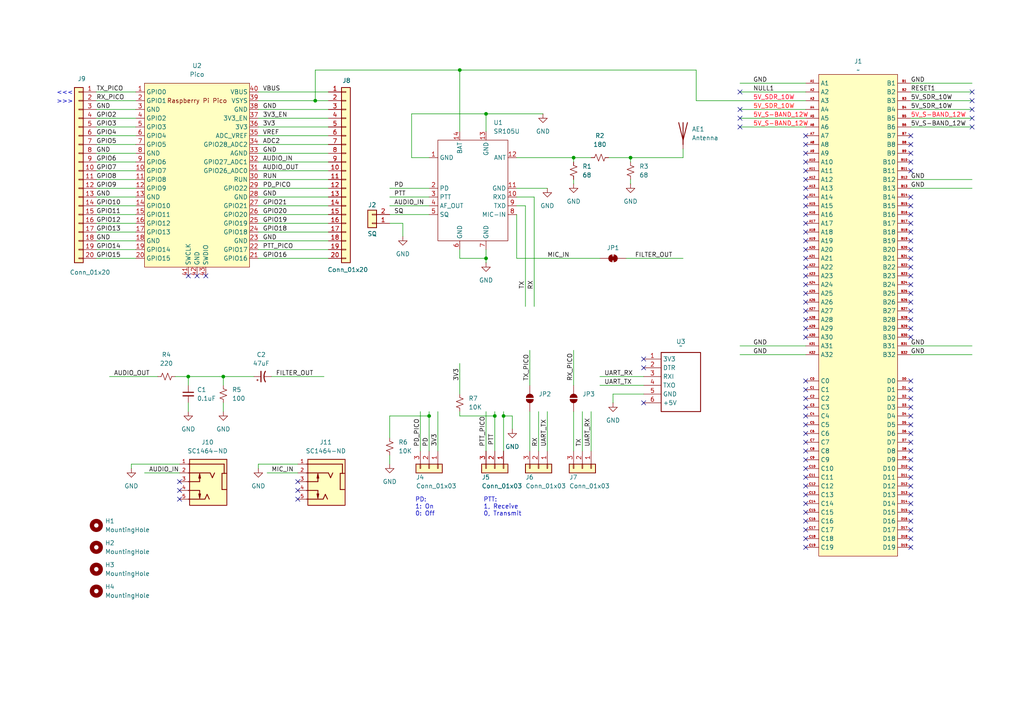
<source format=kicad_sch>
(kicad_sch (version 20250114) (generator "eeschema") (generator_version "9.0")
  (paper "A4")
  (lib_symbols
    (symbol "AMSAT:Pico"
      (property "Reference" "U" (at -13.97 27.94 0))
      (property "Value" "Pico" (at 0 19.05 0))
      (symbol "Pico_0_0"
        (text "Raspberry Pi Pico" (at 0 21.59 0) (effects (font (size 1.27 1.27))))
      )
      (symbol "Pico_0_1"
        (rectangle (start -15.24 26.67) (end 15.24 -26.67) (fill (type background)))
      )
      (symbol "Pico_1_1"
        (pin bidirectional line (at -17.78 24.13 0) (length 2.54) (name "GPIO0") (number "1"))
        (pin bidirectional line (at -17.78 21.59 0) (length 2.54) (name "GPIO1") (number "2"))
        (pin power_in line (at -17.78 19.05 0) (length 2.54) (name "GND") (number "3"))
        (pin bidirectional line (at -17.78 16.51 0) (length 2.54) (name "GPIO2") (number "4"))
        (pin bidirectional line (at -17.78 13.97 0) (length 2.54) (name "GPIO3") (number "5"))
        (pin bidirectional line (at -17.78 11.43 0) (length 2.54) (name "GPIO4") (number "6"))
        (pin bidirectional line (at -17.78 8.89 0) (length 2.54) (name "GPIO5") (number "7"))
        (pin power_in line (at -17.78 6.35 0) (length 2.54) (name "GND") (number "8"))
        (pin bidirectional line (at -17.78 3.81 0) (length 2.54) (name "GPIO6") (number "9"))
        (pin bidirectional line (at -17.78 1.27 0) (length 2.54) (name "GPIO7") (number "10"))
        (pin bidirectional line (at -17.78 -1.27 0) (length 2.54) (name "GPIO8") (number "11"))
        (pin bidirectional line (at -17.78 -3.81 0) (length 2.54) (name "GPIO9") (number "12"))
        (pin power_in line (at -17.78 -6.35 0) (length 2.54) (name "GND") (number "13"))
        (pin bidirectional line (at -17.78 -8.89 0) (length 2.54) (name "GPIO10") (number "14"))
        (pin bidirectional line (at -17.78 -11.43 0) (length 2.54) (name "GPIO11") (number "15"))
        (pin bidirectional line (at -17.78 -13.97 0) (length 2.54) (name "GPIO12") (number "16"))
        (pin bidirectional line (at -17.78 -16.51 0) (length 2.54) (name "GPIO13") (number "17"))
        (pin power_in line (at -17.78 -19.05 0) (length 2.54) (name "GND") (number "18"))
        (pin bidirectional line (at -17.78 -21.59 0) (length 2.54) (name "GPIO14") (number "19"))
        (pin bidirectional line (at -17.78 -24.13 0) (length 2.54) (name "GPIO15") (number "20"))
        (pin input line (at -2.54 -29.21 90) (length 2.54) (name "SWCLK") (number "41"))
        (pin power_in line (at 0 -29.21 90) (length 2.54) (name "GND") (number "42"))
        (pin bidirectional line (at 2.54 -29.21 90) (length 2.54) (name "SWDIO") (number "43"))
        (pin power_in line (at 17.78 24.13 180) (length 2.54) (name "VBUS") (number "40"))
        (pin power_in line (at 17.78 21.59 180) (length 2.54) (name "VSYS") (number "39"))
        (pin bidirectional line (at 17.78 19.05 180) (length 2.54) (name "GND") (number "38"))
        (pin input line (at 17.78 16.51 180) (length 2.54) (name "3V3_EN") (number "37"))
        (pin power_in line (at 17.78 13.97 180) (length 2.54) (name "3V3") (number "36"))
        (pin power_in line (at 17.78 11.43 180) (length 2.54) (name "ADC_VREF") (number "35"))
        (pin bidirectional line (at 17.78 8.89 180) (length 2.54) (name "GPIO28_ADC2") (number "34"))
        (pin power_in line (at 17.78 6.35 180) (length 2.54) (name "AGND") (number "33"))
        (pin bidirectional line (at 17.78 3.81 180) (length 2.54) (name "GPIO27_ADC1") (number "32"))
        (pin bidirectional line (at 17.78 1.27 180) (length 2.54) (name "GPIO26_ADC0") (number "31"))
        (pin input line (at 17.78 -1.27 180) (length 2.54) (name "RUN") (number "30"))
        (pin bidirectional line (at 17.78 -3.81 180) (length 2.54) (name "GPIO22") (number "29"))
        (pin power_in line (at 17.78 -6.35 180) (length 2.54) (name "GND") (number "28"))
        (pin bidirectional line (at 17.78 -8.89 180) (length 2.54) (name "GPIO21") (number "27"))
        (pin bidirectional line (at 17.78 -11.43 180) (length 2.54) (name "GPIO20") (number "26"))
        (pin bidirectional line (at 17.78 -13.97 180) (length 2.54) (name "GPIO19") (number "25"))
        (pin bidirectional line (at 17.78 -16.51 180) (length 2.54) (name "GPIO18") (number "24"))
        (pin power_in line (at 17.78 -19.05 180) (length 2.54) (name "GND") (number "23"))
        (pin bidirectional line (at 17.78 -21.59 180) (length 2.54) (name "GPIO17") (number "22"))
        (pin bidirectional line (at 17.78 -24.13 180) (length 2.54) (name "GPIO16") (number "21"))
      )
    )
    (symbol "AMSAT:SC1464-ND" (pin_names (offset 1.016))
      (property "Reference" "J" (at -5.08 7.62 0))
      (property "Value" "SC1464-ND" (at -5.08 -9.906 0))
      (symbol "SC1464-ND_0_0"
        (rectangle (start -6.1079 6.4717) (end 4.6871 -6.8579) (stroke (width 0.254)) (fill (type background)))
        (polyline (pts (xy -5.969 2.413) (xy -5.334 2.413)) (stroke (width 0.254)))
        (polyline (pts (xy -5.334 5.08) (xy -5.334 2.413)) (stroke (width 0.254)))
        (polyline (pts (xy -5.334 2.413) (xy -4.699 2.413)) (stroke (width 0.254)))
        (polyline (pts (xy -4.699 2.413) (xy -4.699 -2.286)) (stroke (width 0.254)))
        (polyline (pts (xy -4.699 -2.286) (xy -5.969 -2.286)) (stroke (width 0.254)))
        (polyline (pts (xy -1.905 1.143) (xy -2.54 2.54)) (stroke (width 0.254)))
        (polyline (pts (xy -1.27 2.54) (xy -1.905 1.143)) (stroke (width 0.254)))
        (polyline (pts (xy -0.381 -3.683) (xy -1.016 -5.08)) (stroke (width 0.254)))
        (polyline (pts (xy 0.254 -5.08) (xy -0.381 -3.683)) (stroke (width 0.254)))
        (polyline (pts (xy 1.778 2.286) (xy 1.524 1.016) (xy 2.032 1.016) (xy 1.778 2.286)) (stroke (width 0.254)) (fill (type outline)))
        (polyline (pts (xy 1.778 0) (xy 1.778 1.778)) (stroke (width 0.254)))
        (polyline (pts (xy 1.778 0) (xy 5.08 0)) (stroke (width 0.254)))
        (polyline (pts (xy 1.778 -2.54) (xy 1.778 -4.318)) (stroke (width 0.254)))
        (polyline (pts (xy 1.778 -2.54) (xy 5.08 -2.54)) (stroke (width 0.254)))
        (polyline (pts (xy 1.778 -4.826) (xy 1.524 -3.556) (xy 2.032 -3.556) (xy 1.778 -4.826)) (stroke (width 0.254)) (fill (type outline)))
        (polyline (pts (xy 5.08 5.08) (xy -5.334 5.08)) (stroke (width 0.254)))
        (polyline (pts (xy 5.08 2.54) (xy -1.27 2.54)) (stroke (width 0.254)))
        (polyline (pts (xy 5.08 -5.08) (xy 0.254 -5.08)) (stroke (width 0.254)))
        (pin passive line (at 7.62 5.08 180) (length 2.54) (name "~") (number "1"))
        (pin passive line (at 7.62 2.54 180) (length 2.54) (name "~") (number "2"))
        (pin passive line (at 7.62 0 180) (length 2.54) (name "~") (number "3"))
        (pin passive line (at 7.62 -2.54 180) (length 2.54) (name "~") (number "4"))
        (pin passive line (at 7.62 -5.08 180) (length 2.54) (name "~") (number "5"))
      )
    )
    (symbol "AMSAT:SR105U"
      (property "Reference" "U" (at -5.08 6.858 0))
      (property "Value" "SR105U" (at 5.08 -4.318 0))
      (symbol "SR105U_0_1"
        (rectangle (start -5.08 5.08) (end 15.24 -24.13))
      )
      (symbol "SR105U_1_1"
        (pin power_in line (at -7.62 0 0) (length 2.54) (name "GND") (number "1"))
        (pin input line (at -7.62 -8.89 0) (length 2.54) (name "PD") (number "2"))
        (pin input line (at -7.62 -11.43 0) (length 2.54) (name "PTT") (number "3"))
        (pin input line (at -7.62 -13.97 0) (length 2.54) (name "AF_OUT") (number "4"))
        (pin input line (at -7.62 -16.51 0) (length 2.54) (name "SQ") (number "5"))
        (pin power_in line (at 1.27 7.62 270) (length 2.54) (name "BAT") (number "14"))
        (pin power_in line (at 1.27 -26.67 90) (length 2.54) (name "GND") (number "6"))
        (pin power_in line (at 8.89 7.62 270) (length 2.54) (name "GND") (number "13"))
        (pin power_in line (at 8.89 -26.67 90) (length 2.54) (name "GND") (number "7"))
        (pin bidirectional line (at 17.78 0 180) (length 2.54) (name "ANT") (number "12"))
        (pin power_in line (at 17.78 -8.89 180) (length 2.54) (name "GND") (number "11"))
        (pin input line (at 17.78 -11.43 180) (length 2.54) (name "RXD") (number "10"))
        (pin output line (at 17.78 -13.97 180) (length 2.54) (name "TXD") (number "9"))
        (pin input line (at 17.78 -16.51 180) (length 2.54) (name "MIC-IN") (number "8"))
      )
    )
    (symbol "Basic:USB_UART_Module"
      (property "Reference" "U" (at 1.27 8.89 0))
      (symbol "USB_UART_Module_1_0"
        (rectangle (start 0 6.985) (end 11.43 -10.16) (stroke (width 0.254)))
        (pin passive line (at 16.51 5.08 180) (length 5.08) (name "3V3") (number "1"))
        (pin passive line (at 16.51 2.54 180) (length 5.08) (name "DTR") (number "2"))
        (pin passive line (at 16.51 0 180) (length 5.08) (name "RXI") (number "3"))
        (pin passive line (at 16.51 -2.54 180) (length 5.08) (name "TXO") (number "4"))
        (pin passive line (at 16.51 -5.08 180) (length 5.08) (name "GND") (number "5"))
        (pin passive line (at 16.51 -7.62 180) (length 5.08) (name "+5V") (number "6"))
      )
    )
    (symbol "Connector_Generic:Conn_01x02" (pin_names (offset 1.016) (hide yes))
      (property "Reference" "J" (at 0 2.54 0))
      (property "Value" "Conn_01x02" (at 0 -5.08 0))
      (symbol "Conn_01x02_1_1"
        (rectangle (start -1.27 1.27) (end 1.27 -3.81) (stroke (width 0.254)) (fill (type background)))
        (rectangle (start -1.27 0.127) (end 0 -0.127) (stroke (width 0.1524)))
        (rectangle (start -1.27 -2.413) (end 0 -2.667) (stroke (width 0.1524)))
        (pin passive line (at -5.08 0 0) (length 3.81) (name "Pin_1") (number "1"))
        (pin passive line (at -5.08 -2.54 0) (length 3.81) (name "Pin_2") (number "2"))
      )
    )
    (symbol "Connector_Generic:Conn_01x03" (pin_names (offset 1.016) (hide yes))
      (property "Reference" "J" (at 0 5.08 0))
      (property "Value" "Conn_01x03" (at 0 -5.08 0))
      (symbol "Conn_01x03_1_1"
        (rectangle (start -1.27 3.81) (end 1.27 -3.81) (stroke (width 0.254)) (fill (type background)))
        (rectangle (start -1.27 2.667) (end 0 2.413) (stroke (width 0.1524)))
        (rectangle (start -1.27 0.127) (end 0 -0.127) (stroke (width 0.1524)))
        (rectangle (start -1.27 -2.413) (end 0 -2.667) (stroke (width 0.1524)))
        (pin passive line (at -5.08 2.54 0) (length 3.81) (name "Pin_1") (number "1"))
        (pin passive line (at -5.08 0 0) (length 3.81) (name "Pin_2") (number "2"))
        (pin passive line (at -5.08 -2.54 0) (length 3.81) (name "Pin_3") (number "3"))
      )
    )
    (symbol "Connector_Generic:Conn_01x20" (pin_names (offset 1.016) (hide yes))
      (property "Reference" "J" (at 0 25.4 0))
      (property "Value" "Conn_01x20" (at 0 -27.94 0))
      (symbol "Conn_01x20_1_1"
        (rectangle (start -1.27 24.13) (end 1.27 -26.67) (stroke (width 0.254)) (fill (type background)))
        (rectangle (start -1.27 22.987) (end 0 22.733) (stroke (width 0.1524)))
        (rectangle (start -1.27 20.447) (end 0 20.193) (stroke (width 0.1524)))
        (rectangle (start -1.27 17.907) (end 0 17.653) (stroke (width 0.1524)))
        (rectangle (start -1.27 15.367) (end 0 15.113) (stroke (width 0.1524)))
        (rectangle (start -1.27 12.827) (end 0 12.573) (stroke (width 0.1524)))
        (rectangle (start -1.27 10.287) (end 0 10.033) (stroke (width 0.1524)))
        (rectangle (start -1.27 7.747) (end 0 7.493) (stroke (width 0.1524)))
        (rectangle (start -1.27 5.207) (end 0 4.953) (stroke (width 0.1524)))
        (rectangle (start -1.27 2.667) (end 0 2.413) (stroke (width 0.1524)))
        (rectangle (start -1.27 0.127) (end 0 -0.127) (stroke (width 0.1524)))
        (rectangle (start -1.27 -2.413) (end 0 -2.667) (stroke (width 0.1524)))
        (rectangle (start -1.27 -4.953) (end 0 -5.207) (stroke (width 0.1524)))
        (rectangle (start -1.27 -7.493) (end 0 -7.747) (stroke (width 0.1524)))
        (rectangle (start -1.27 -10.033) (end 0 -10.287) (stroke (width 0.1524)))
        (rectangle (start -1.27 -12.573) (end 0 -12.827) (stroke (width 0.1524)))
        (rectangle (start -1.27 -15.113) (end 0 -15.367) (stroke (width 0.1524)))
        (rectangle (start -1.27 -17.653) (end 0 -17.907) (stroke (width 0.1524)))
        (rectangle (start -1.27 -20.193) (end 0 -20.447) (stroke (width 0.1524)))
        (rectangle (start -1.27 -22.733) (end 0 -22.987) (stroke (width 0.1524)))
        (rectangle (start -1.27 -25.273) (end 0 -25.527) (stroke (width 0.1524)))
        (pin passive line (at -5.08 22.86 0) (length 3.81) (name "Pin_1") (number "1"))
        (pin passive line (at -5.08 20.32 0) (length 3.81) (name "Pin_2") (number "2"))
        (pin passive line (at -5.08 17.78 0) (length 3.81) (name "Pin_3") (number "3"))
        (pin passive line (at -5.08 15.24 0) (length 3.81) (name "Pin_4") (number "4"))
        (pin passive line (at -5.08 12.7 0) (length 3.81) (name "Pin_5") (number "5"))
        (pin passive line (at -5.08 10.16 0) (length 3.81) (name "Pin_6") (number "6"))
        (pin passive line (at -5.08 7.62 0) (length 3.81) (name "Pin_7") (number "7"))
        (pin passive line (at -5.08 5.08 0) (length 3.81) (name "Pin_8") (number "8"))
        (pin passive line (at -5.08 2.54 0) (length 3.81) (name "Pin_9") (number "9"))
        (pin passive line (at -5.08 0 0) (length 3.81) (name "Pin_10") (number "10"))
        (pin passive line (at -5.08 -2.54 0) (length 3.81) (name "Pin_11") (number "11"))
        (pin passive line (at -5.08 -5.08 0) (length 3.81) (name "Pin_12") (number "12"))
        (pin passive line (at -5.08 -7.62 0) (length 3.81) (name "Pin_13") (number "13"))
        (pin passive line (at -5.08 -10.16 0) (length 3.81) (name "Pin_14") (number "14"))
        (pin passive line (at -5.08 -12.7 0) (length 3.81) (name "Pin_15") (number "15"))
        (pin passive line (at -5.08 -15.24 0) (length 3.81) (name "Pin_16") (number "16"))
        (pin passive line (at -5.08 -17.78 0) (length 3.81) (name "Pin_17") (number "17"))
        (pin passive line (at -5.08 -20.32 0) (length 3.81) (name "Pin_18") (number "18"))
        (pin passive line (at -5.08 -22.86 0) (length 3.81) (name "Pin_19") (number "19"))
        (pin passive line (at -5.08 -25.4 0) (length 3.81) (name "Pin_20") (number "20"))
      )
    )
    (symbol "Device:Antenna" (pin_numbers (hide yes)) (pin_names (offset 1.016) (hide yes))
      (property "Reference" "AE" (at -1.905 1.905 0))
      (property "Value" "Antenna" (at -1.905 0 0))
      (symbol "Antenna_0_1"
        (polyline (pts (xy 0 2.54) (xy 0 -3.81)) (stroke (width 0.254)))
        (polyline (pts (xy 1.27 2.54) (xy 0 -2.54) (xy -1.27 2.54)) (stroke (width 0.254)))
      )
      (symbol "Antenna_1_1"
        (pin input line (at 0 -5.08 90) (length 2.54) (name "A") (number "1"))
      )
    )
    (symbol "Device:C_Polarized_Small_US" (pin_numbers (hide yes)) (pin_names (offset 0.254) (hide yes))
      (property "Reference" "C" (at 0.254 1.778 0))
      (property "Value" "C_Polarized_Small_US" (at 0.254 -2.032 0))
      (symbol "C_Polarized_Small_US_0_1"
        (polyline (pts (xy -1.524 0.508) (xy 1.524 0.508)) (stroke (width 0.3048)))
        (polyline (pts (xy -1.27 1.524) (xy -0.762 1.524)))
        (polyline (pts (xy -1.016 1.27) (xy -1.016 1.778)))
        (arc (start -1.524 -0.762) (mid 0 -0.3734) (end 1.524 -0.762) (stroke (width 0.3048)))
      )
      (symbol "C_Polarized_Small_US_1_1"
        (pin passive line (at 0 2.54 270) (length 2.032) (name "~") (number "1"))
        (pin passive line (at 0 -2.54 90) (length 2.032) (name "~") (number "2"))
      )
    )
    (symbol "Device:C_Small" (pin_numbers (hide yes)) (pin_names (offset 0.254) (hide yes))
      (property "Reference" "C" (at 0.254 1.778 0))
      (property "Value" "C_Small" (at 0.254 -2.032 0))
      (symbol "C_Small_0_1"
        (polyline (pts (xy -1.524 0.508) (xy 1.524 0.508)) (stroke (width 0.3048)))
        (polyline (pts (xy -1.524 -0.508) (xy 1.524 -0.508)) (stroke (width 0.3302)))
      )
      (symbol "C_Small_1_1"
        (pin passive line (at 0 2.54 270) (length 2.032) (name "~") (number "1"))
        (pin passive line (at 0 -2.54 90) (length 2.032) (name "~") (number "2"))
      )
    )
    (symbol "Device:R_Small_US" (pin_numbers (hide yes)) (pin_names (offset 0.254) (hide yes))
      (property "Reference" "R" (at 0.762 0.508 0))
      (property "Value" "R_Small_US" (at 0.762 -1.016 0))
      (symbol "R_Small_US_1_1"
        (polyline (pts (xy 0 1.524) (xy 1.016 1.143) (xy 0 0.762) (xy -1.016 0.381) (xy 0 0)))
        (polyline (pts (xy 0 0) (xy 1.016 -0.381) (xy 0 -0.762) (xy -1.016 -1.143) (xy 0 -1.524)))
        (pin passive line (at 0 2.54 270) (length 1.016) (name "~") (number "1"))
        (pin passive line (at 0 -2.54 90) (length 1.016) (name "~") (number "2"))
      )
    )
    (symbol "Jumper:SolderJumper_2_Bridged" (pin_numbers (hide yes)) (pin_names (offset 0) (hide yes)) (exclude_from_sim yes) (in_bom no)
      (property "Reference" "JP" (at 0 2.032 0))
      (property "Value" "SolderJumper_2_Bridged" (at 0 -2.54 0))
      (symbol "SolderJumper_2_Bridged_0_1"
        (rectangle (start -0.508 0.508) (end 0.508 -0.508) (fill (type outline)))
        (polyline (pts (xy -0.254 1.016) (xy -0.254 -1.016)))
        (arc (start -0.254 -1.016) (mid -1.2656 0) (end -0.254 1.016))
        (arc (start -0.254 -1.016) (mid -1.2656 0) (end -0.254 1.016) (fill (type outline)))
        (arc (start 0.254 1.016) (mid 1.2656 0) (end 0.254 -1.016))
        (arc (start 0.254 1.016) (mid 1.2656 0) (end 0.254 -1.016) (fill (type outline)))
        (polyline (pts (xy 0.254 1.016) (xy 0.254 -1.016)))
      )
      (symbol "SolderJumper_2_Bridged_1_1"
        (pin passive line (at -3.81 0 0) (length 2.54) (name "A") (number "1"))
        (pin passive line (at 3.81 0 180) (length 2.54) (name "B") (number "2"))
      )
    )
    (symbol "Jumper:SolderJumper_2_Open" (pin_numbers (hide yes)) (pin_names (offset 0) (hide yes)) (exclude_from_sim yes) (in_bom no)
      (property "Reference" "JP" (at 0 2.032 0))
      (property "Value" "SolderJumper_2_Open" (at 0 -2.54 0))
      (symbol "SolderJumper_2_Open_0_1"
        (polyline (pts (xy -0.254 1.016) (xy -0.254 -1.016)))
        (arc (start -0.254 -1.016) (mid -1.2656 0) (end -0.254 1.016))
        (arc (start -0.254 -1.016) (mid -1.2656 0) (end -0.254 1.016) (fill (type outline)))
        (arc (start 0.254 1.016) (mid 1.2656 0) (end 0.254 -1.016))
        (arc (start 0.254 1.016) (mid 1.2656 0) (end 0.254 -1.016) (fill (type outline)))
        (polyline (pts (xy 0.254 1.016) (xy 0.254 -1.016)))
      )
      (symbol "SolderJumper_2_Open_1_1"
        (pin passive line (at -3.81 0 0) (length 2.54) (name "A") (number "1"))
        (pin passive line (at 3.81 0 180) (length 2.54) (name "B") (number "2"))
      )
    )
    (symbol "Mechanical:MountingHole" (pin_names (offset 1.016)) (exclude_from_sim yes) (in_bom no)
      (property "Reference" "H" (at 0 5.08 0))
      (property "Value" "MountingHole" (at 0 3.175 0))
      (symbol "MountingHole_0_1"
        (circle (center 0 0) (radius 1.27) (stroke (width 1.27)))
      )
    )
    (symbol "VST104:PC104"
      (property "Reference" "J" (at 1.27 -1.27 0))
      (symbol "PC104_0_1"
        (rectangle (start 0 139.7) (end 22.86 0) (fill (type background)))
      )
      (symbol "PC104_1_1"
        (pin bidirectional line (at -3.81 137.16 0) (length 3.81) (name "A1") (number "A1"))
        (pin bidirectional line (at -3.81 134.62 0) (length 3.81) (name "A2") (number "A2"))
        (pin bidirectional line (at -3.81 132.08 0) (length 3.81) (name "A3") (number "A3"))
        (pin bidirectional line (at -3.81 129.54 0) (length 3.81) (name "A4") (number "A4"))
        (pin bidirectional line (at -3.81 127 0) (length 3.81) (name "A5") (number "A5"))
        (pin bidirectional line (at -3.81 124.46 0) (length 3.81) (name "A6") (number "A6"))
        (pin bidirectional line (at -3.81 121.92 0) (length 3.81) (name "A7") (number "A7"))
        (pin bidirectional line (at -3.81 119.38 0) (length 3.81) (name "A8") (number "A8"))
        (pin bidirectional line (at -3.81 116.84 0) (length 3.81) (name "A9") (number "A9"))
        (pin bidirectional line (at -3.81 114.3 0) (length 3.81) (name "A10") (number "A10"))
        (pin bidirectional line (at -3.81 111.76 0) (length 3.81) (name "A11") (number "A11"))
        (pin bidirectional line (at -3.81 109.22 0) (length 3.81) (name "A12") (number "A12"))
        (pin bidirectional line (at -3.81 106.68 0) (length 3.81) (name "A13") (number "A13"))
        (pin bidirectional line (at -3.81 104.14 0) (length 3.81) (name "A14") (number "A14"))
        (pin bidirectional line (at -3.81 101.6 0) (length 3.81) (name "A15") (number "A15"))
        (pin bidirectional line (at -3.81 99.06 0) (length 3.81) (name "A16") (number "A16"))
        (pin bidirectional line (at -3.81 96.52 0) (length 3.81) (name "A17") (number "A17"))
        (pin bidirectional line (at -3.81 93.98 0) (length 3.81) (name "A18") (number "A18"))
        (pin bidirectional line (at -3.81 91.44 0) (length 3.81) (name "A19") (number "A19"))
        (pin bidirectional line (at -3.81 88.9 0) (length 3.81) (name "A20") (number "A20"))
        (pin bidirectional line (at -3.81 86.36 0) (length 3.81) (name "A21") (number "A21"))
        (pin bidirectional line (at -3.81 83.82 0) (length 3.81) (name "A22") (number "A22"))
        (pin bidirectional line (at -3.81 81.28 0) (length 3.81) (name "A23") (number "A23"))
        (pin bidirectional line (at -3.81 78.74 0) (length 3.81) (name "A24") (number "A24"))
        (pin bidirectional line (at -3.81 76.2 0) (length 3.81) (name "A25") (number "A25"))
        (pin bidirectional line (at -3.81 73.66 0) (length 3.81) (name "A26") (number "A26"))
        (pin bidirectional line (at -3.81 71.12 0) (length 3.81) (name "A27") (number "A27"))
        (pin bidirectional line (at -3.81 68.58 0) (length 3.81) (name "A28") (number "A28"))
        (pin bidirectional line (at -3.81 66.04 0) (length 3.81) (name "A29") (number "A29"))
        (pin bidirectional line (at -3.81 63.5 0) (length 3.81) (name "A30") (number "A30"))
        (pin bidirectional line (at -3.81 60.96 0) (length 3.81) (name "A31") (number "A31"))
        (pin bidirectional line (at -3.81 58.42 0) (length 3.81) (name "A32") (number "A32"))
        (pin bidirectional line (at -3.81 50.8 0) (length 3.81) (name "C0") (number "C0"))
        (pin bidirectional line (at -3.81 48.26 0) (length 3.81) (name "C1") (number "C1"))
        (pin bidirectional line (at -3.81 45.72 0) (length 3.81) (name "C2") (number "C2"))
        (pin bidirectional line (at -3.81 43.18 0) (length 3.81) (name "C3") (number "C3"))
        (pin bidirectional line (at -3.81 40.64 0) (length 3.81) (name "C4") (number "C4"))
        (pin bidirectional line (at -3.81 38.1 0) (length 3.81) (name "C5") (number "C5"))
        (pin bidirectional line (at -3.81 35.56 0) (length 3.81) (name "C6") (number "C6"))
        (pin bidirectional line (at -3.81 33.02 0) (length 3.81) (name "C7") (number "C7"))
        (pin bidirectional line (at -3.81 30.48 0) (length 3.81) (name "C8") (number "C8"))
        (pin bidirectional line (at -3.81 27.94 0) (length 3.81) (name "C9") (number "C9"))
        (pin bidirectional line (at -3.81 25.4 0) (length 3.81) (name "C10") (number "C10"))
        (pin bidirectional line (at -3.81 22.86 0) (length 3.81) (name "C11") (number "C11"))
        (pin bidirectional line (at -3.81 20.32 0) (length 3.81) (name "C12") (number "C12"))
        (pin bidirectional line (at -3.81 17.78 0) (length 3.81) (name "C13") (number "C13"))
        (pin bidirectional line (at -3.81 15.24 0) (length 3.81) (name "C14") (number "C14"))
        (pin bidirectional line (at -3.81 12.7 0) (length 3.81) (name "C15") (number "C15"))
        (pin bidirectional line (at -3.81 10.16 0) (length 3.81) (name "C16") (number "C16"))
        (pin bidirectional line (at -3.81 7.62 0) (length 3.81) (name "C17") (number "C17"))
        (pin bidirectional line (at -3.81 5.08 0) (length 3.81) (name "C18") (number "C18"))
        (pin bidirectional line (at -3.81 2.54 0) (length 3.81) (name "C19") (number "C19"))
        (pin bidirectional line (at 26.67 137.16 180) (length 3.81) (name "B1") (number "B1"))
        (pin bidirectional line (at 26.67 134.62 180) (length 3.81) (name "B2") (number "B2"))
        (pin bidirectional line (at 26.67 132.08 180) (length 3.81) (name "B3") (number "B3"))
        (pin bidirectional line (at 26.67 129.54 180) (length 3.81) (name "B4") (number "B4"))
        (pin bidirectional line (at 26.67 127 180) (length 3.81) (name "B5") (number "B5"))
        (pin bidirectional line (at 26.67 124.46 180) (length 3.81) (name "B6") (number "B6"))
        (pin bidirectional line (at 26.67 121.92 180) (length 3.81) (name "B7") (number "B7"))
        (pin bidirectional line (at 26.67 119.38 180) (length 3.81) (name "B8") (number "B8"))
        (pin bidirectional line (at 26.67 116.84 180) (length 3.81) (name "B9") (number "B9"))
        (pin bidirectional line (at 26.67 114.3 180) (length 3.81) (name "B10") (number "B10"))
        (pin bidirectional line (at 26.67 111.76 180) (length 3.81) (name "B11") (number "B11"))
        (pin bidirectional line (at 26.67 109.22 180) (length 3.81) (name "B12") (number "B12"))
        (pin bidirectional line (at 26.67 106.68 180) (length 3.81) (name "B13") (number "B13"))
        (pin bidirectional line (at 26.67 104.14 180) (length 3.81) (name "B14") (number "B14"))
        (pin bidirectional line (at 26.67 101.6 180) (length 3.81) (name "B15") (number "B15"))
        (pin bidirectional line (at 26.67 99.06 180) (length 3.81) (name "B16") (number "B16"))
        (pin bidirectional line (at 26.67 96.52 180) (length 3.81) (name "B17") (number "B17"))
        (pin bidirectional line (at 26.67 93.98 180) (length 3.81) (name "B18") (number "B18"))
        (pin bidirectional line (at 26.67 91.44 180) (length 3.81) (name "B19") (number "B19"))
        (pin bidirectional line (at 26.67 88.9 180) (length 3.81) (name "B20") (number "B20"))
        (pin bidirectional line (at 26.67 86.36 180) (length 3.81) (name "B21") (number "B21"))
        (pin bidirectional line (at 26.67 83.82 180) (length 3.81) (name "B22") (number "B22"))
        (pin bidirectional line (at 26.67 81.28 180) (length 3.81) (name "B23") (number "B23"))
        (pin bidirectional line (at 26.67 78.74 180) (length 3.81) (name "B24") (number "B24"))
        (pin power_in line (at 26.67 76.2 180) (length 3.81) (name "B25") (number "B25"))
        (pin power_in line (at 26.67 73.66 180) (length 3.81) (name "B26") (number "B26"))
        (pin power_in line (at 26.67 71.12 180) (length 3.81) (name "B27") (number "B27"))
        (pin power_in line (at 26.67 68.58 180) (length 3.81) (name "B28") (number "B28"))
        (pin power_in line (at 26.67 66.04 180) (length 3.81) (name "B29") (number "B29"))
        (pin power_in line (at 26.67 63.5 180) (length 3.81) (name "B30") (number "B30"))
        (pin power_in line (at 26.67 60.96 180) (length 3.81) (name "B31") (number "B31"))
        (pin power_in line (at 26.67 58.42 180) (length 3.81) (name "B32") (number "B32"))
        (pin bidirectional line (at 26.67 50.8 180) (length 3.81) (name "D0") (number "D0"))
        (pin bidirectional line (at 26.67 48.26 180) (length 3.81) (name "D1") (number "D1"))
        (pin bidirectional line (at 26.67 45.72 180) (length 3.81) (name "D2") (number "D2"))
        (pin bidirectional line (at 26.67 43.18 180) (length 3.81) (name "D3") (number "D3"))
        (pin bidirectional line (at 26.67 40.64 180) (length 3.81) (name "D4") (number "D4"))
        (pin bidirectional line (at 26.67 38.1 180) (length 3.81) (name "D5") (number "D5"))
        (pin bidirectional line (at 26.67 35.56 180) (length 3.81) (name "D6") (number "D6"))
        (pin bidirectional line (at 26.67 33.02 180) (length 3.81) (name "D7") (number "D7"))
        (pin bidirectional line (at 26.67 30.48 180) (length 3.81) (name "D8") (number "D8"))
        (pin bidirectional line (at 26.67 27.94 180) (length 3.81) (name "D9") (number "D9"))
        (pin bidirectional line (at 26.67 25.4 180) (length 3.81) (name "D10") (number "D10"))
        (pin bidirectional line (at 26.67 22.86 180) (length 3.81) (name "D11") (number "D11"))
        (pin bidirectional line (at 26.67 20.32 180) (length 3.81) (name "D12") (number "D12"))
        (pin bidirectional line (at 26.67 17.78 180) (length 3.81) (name "D13") (number "D13"))
        (pin bidirectional line (at 26.67 15.24 180) (length 3.81) (name "D14") (number "D14"))
        (pin bidirectional line (at 26.67 12.7 180) (length 3.81) (name "D15") (number "D15"))
        (pin bidirectional line (at 26.67 10.16 180) (length 3.81) (name "D16") (number "D16"))
        (pin bidirectional line (at 26.67 7.62 180) (length 3.81) (name "D17") (number "D17"))
        (pin bidirectional line (at 26.67 5.08 180) (length 3.81) (name "D18") (number "D18"))
        (pin bidirectional line (at 26.67 2.54 180) (length 3.81) (name "D19") (number "D19"))
      )
    )
    (symbol "power:GND" (power) (pin_numbers (hide yes)) (pin_names (offset 0) (hide yes))
      (property "Value" "GND" (at 0 -3.81 0))
      (symbol "GND_0_1"
        (polyline (pts (xy 0 0) (xy 0 -1.27) (xy 1.27 -1.27) (xy 0 -2.54) (xy -1.27 -1.27) (xy 0 -1.27)))
      )
      (symbol "GND_1_1"
        (pin power_in line (at 0 0 270) (length 0) (name "~") (number "1"))
      )
    )
  )
  (text "PD:\n1: On\n0: Off" (at 120.396 147.066 0) (effects (font (size 1.27 1.27)) (justify left)))
  (text "PTT: \n1, Receive\n0, Transmit" (at 140.208 147.066 0) (effects (font (size 1.27 1.27)) (justify left)))
  (text ">>>" (at 18.796 29.464 0) (effects (font (size 1.27 1.27))))
  (text "<<<" (at 18.796 26.924 0) (effects (font (size 1.27 1.27))))
  (junction (at 166.37 45.72))
  (junction (at 182.88 45.72))
  (junction (at 54.61 109.22))
  (junction (at 133.35 20.32))
  (junction (at 143.51 120.65))
  (junction (at 64.77 109.22))
  (junction (at 146.05 120.65))
  (junction (at 91.44 29.21))
  (junction (at 140.97 33.02))
  (junction (at 124.46 120.65))
  (junction (at 140.97 74.93))
  (no_connect (at 264.16 130.81))
  (no_connect (at 59.69 80.01))
  (no_connect (at 233.68 153.67))
  (no_connect (at 233.68 143.51))
  (no_connect (at 233.68 92.71))
  (no_connect (at 233.68 85.09))
  (no_connect (at 54.61 80.01))
  (no_connect (at 281.94 26.67))
  (no_connect (at 264.16 156.21))
  (no_connect (at 264.16 39.37))
  (no_connect (at 233.68 82.55))
  (no_connect (at 233.68 156.21))
  (no_connect (at 264.16 46.99))
  (no_connect (at 233.68 138.43))
  (no_connect (at 186.69 116.84))
  (no_connect (at 264.16 72.39))
  (no_connect (at 233.68 120.65))
  (no_connect (at 233.68 77.47))
  (no_connect (at 264.16 62.23))
  (no_connect (at 264.16 82.55))
  (no_connect (at 264.16 67.31))
  (no_connect (at 186.69 106.68))
  (no_connect (at 233.68 49.53))
  (no_connect (at 264.16 148.59))
  (no_connect (at 233.68 87.63))
  (no_connect (at 233.68 118.11))
  (no_connect (at 233.68 123.19))
  (no_connect (at 264.16 133.35))
  (no_connect (at 233.68 57.15))
  (no_connect (at 214.63 31.75))
  (no_connect (at 52.07 142.24))
  (no_connect (at 233.68 67.31))
  (no_connect (at 233.68 97.79))
  (no_connect (at 264.16 95.25))
  (no_connect (at 264.16 77.47))
  (no_connect (at 233.68 46.99))
  (no_connect (at 281.94 31.75))
  (no_connect (at 233.68 110.49))
  (no_connect (at 233.68 151.13))
  (no_connect (at 233.68 140.97))
  (no_connect (at 264.16 110.49))
  (no_connect (at 264.16 97.79))
  (no_connect (at 264.16 125.73))
  (no_connect (at 86.36 139.7))
  (no_connect (at 264.16 158.75))
  (no_connect (at 233.68 64.77))
  (no_connect (at 264.16 128.27))
  (no_connect (at 264.16 123.19))
  (no_connect (at 264.16 87.63))
  (no_connect (at 264.16 140.97))
  (no_connect (at 264.16 151.13))
  (no_connect (at 264.16 138.43))
  (no_connect (at 52.07 139.7))
  (no_connect (at 233.68 115.57))
  (no_connect (at 233.68 113.03))
  (no_connect (at 264.16 74.93))
  (no_connect (at 233.68 44.45))
  (no_connect (at 233.68 90.17))
  (no_connect (at 281.94 34.29))
  (no_connect (at 233.68 72.39))
  (no_connect (at 233.68 52.07))
  (no_connect (at 86.36 144.78))
  (no_connect (at 264.16 153.67))
  (no_connect (at 264.16 143.51))
  (no_connect (at 214.63 36.83))
  (no_connect (at 52.07 144.78))
  (no_connect (at 57.15 80.01))
  (no_connect (at 264.16 69.85))
  (no_connect (at 233.68 39.37))
  (no_connect (at 233.68 59.69))
  (no_connect (at 281.94 36.83))
  (no_connect (at 233.68 133.35))
  (no_connect (at 233.68 148.59))
  (no_connect (at 214.63 26.67))
  (no_connect (at 264.16 90.17))
  (no_connect (at 281.94 29.21))
  (no_connect (at 233.68 146.05))
  (no_connect (at 233.68 158.75))
  (no_connect (at 233.68 130.81))
  (no_connect (at 233.68 128.27))
  (no_connect (at 214.63 34.29))
  (no_connect (at 233.68 62.23))
  (no_connect (at 233.68 135.89))
  (no_connect (at 264.16 120.65))
  (no_connect (at 264.16 113.03))
  (no_connect (at 186.69 104.14))
  (no_connect (at 233.68 95.25))
  (no_connect (at 264.16 146.05))
  (no_connect (at 233.68 80.01))
  (no_connect (at 264.16 41.91))
  (no_connect (at 264.16 115.57))
  (no_connect (at 264.16 57.15))
  (no_connect (at 264.16 118.11))
  (no_connect (at 233.68 69.85))
  (no_connect (at 264.16 80.01))
  (no_connect (at 233.68 125.73))
  (no_connect (at 264.16 64.77))
  (no_connect (at 264.16 44.45))
  (no_connect (at 264.16 92.71))
  (no_connect (at 86.36 142.24))
  (no_connect (at 233.68 54.61))
  (no_connect (at 233.68 41.91))
  (no_connect (at 264.16 59.69))
  (no_connect (at 264.16 85.09))
  (no_connect (at 264.16 49.53))
  (no_connect (at 264.16 135.89))
  (no_connect (at 233.68 74.93))
  (wire (pts (xy 113.03 127) (xy 113.03 120.65)))
  (wire (pts (xy 27.94 74.93) (xy 39.37 74.93)))
  (wire (pts (xy 64.77 109.22) (xy 64.77 111.76)))
  (wire (pts (xy 39.37 64.77) (xy 27.94 64.77)))
  (wire (pts (xy 149.86 74.93) (xy 173.99 74.93)))
  (wire (pts (xy 214.63 102.87) (xy 233.68 102.87)))
  (wire (pts (xy 177.8 114.3) (xy 177.8 116.84)))
  (wire (pts (xy 74.93 31.75) (xy 95.25 31.75)))
  (wire (pts (xy 214.63 36.83) (xy 233.68 36.83)))
  (wire (pts (xy 39.37 39.37) (xy 27.94 39.37)))
  (wire (pts (xy 176.53 45.72) (xy 182.88 45.72)))
  (wire (pts (xy 74.93 26.67) (xy 95.25 26.67)))
  (wire (pts (xy 124.46 120.65) (xy 124.46 130.81)))
  (wire (pts (xy 74.93 62.23) (xy 95.25 62.23)))
  (wire (pts (xy 91.44 29.21) (xy 95.25 29.21)))
  (wire (pts (xy 74.93 29.21) (xy 91.44 29.21)))
  (wire (pts (xy 166.37 45.72) (xy 171.45 45.72)))
  (wire (pts (xy 119.38 33.02) (xy 140.97 33.02)))
  (wire (pts (xy 27.94 31.75) (xy 39.37 31.75)))
  (wire (pts (xy 91.44 20.32) (xy 91.44 29.21)))
  (wire (pts (xy 54.61 109.22) (xy 64.77 109.22)))
  (wire (pts (xy 74.93 46.99) (xy 95.25 46.99)))
  (wire (pts (xy 74.93 74.93) (xy 95.25 74.93)))
  (wire (pts (xy 214.63 100.33) (xy 233.68 100.33)))
  (wire (pts (xy 171.45 130.81) (xy 171.45 119.38)))
  (wire (pts (xy 133.35 20.32) (xy 91.44 20.32)))
  (wire (pts (xy 264.16 102.87) (xy 281.94 102.87)))
  (wire (pts (xy 158.75 130.81) (xy 158.75 119.38)))
  (wire (pts (xy 214.63 31.75) (xy 233.68 31.75)))
  (wire (pts (xy 264.16 52.07) (xy 281.94 52.07)))
  (wire (pts (xy 140.97 74.93) (xy 140.97 76.2)))
  (wire (pts (xy 74.93 49.53) (xy 95.25 49.53)))
  (wire (pts (xy 64.77 116.84) (xy 64.77 119.38)))
  (wire (pts (xy 39.37 46.99) (xy 27.94 46.99)))
  (wire (pts (xy 119.38 45.72) (xy 119.38 33.02)))
  (wire (pts (xy 264.16 36.83) (xy 281.94 36.83)))
  (wire (pts (xy 113.03 57.15) (xy 124.46 57.15)))
  (wire (pts (xy 168.91 130.81) (xy 168.91 119.38)))
  (wire (pts (xy 152.4 59.69) (xy 149.86 59.69)))
  (wire (pts (xy 74.93 69.85) (xy 95.25 69.85)))
  (wire (pts (xy 146.05 120.65) (xy 146.05 119.38)))
  (wire (pts (xy 264.16 31.75) (xy 281.94 31.75)))
  (wire (pts (xy 181.61 74.93) (xy 198.12 74.93)))
  (wire (pts (xy 39.37 67.31) (xy 27.94 67.31)))
  (wire (pts (xy 39.37 54.61) (xy 27.94 54.61)))
  (wire (pts (xy 214.63 24.13) (xy 233.68 24.13)))
  (wire (pts (xy 198.12 43.18) (xy 198.12 45.72)))
  (wire (pts (xy 156.21 130.81) (xy 156.21 119.38)))
  (wire (pts (xy 152.4 59.69) (xy 152.4 88.9)))
  (wire (pts (xy 27.94 57.15) (xy 39.37 57.15)))
  (wire (pts (xy 166.37 119.38) (xy 166.37 130.81)))
  (wire (pts (xy 39.37 36.83) (xy 27.94 36.83)))
  (wire (pts (xy 74.93 135.89) (xy 74.93 134.62)))
  (wire (pts (xy 214.63 26.67) (xy 233.68 26.67)))
  (wire (pts (xy 74.93 54.61) (xy 95.25 54.61)))
  (wire (pts (xy 39.37 34.29) (xy 27.94 34.29)))
  (wire (pts (xy 264.16 54.61) (xy 281.94 54.61)))
  (wire (pts (xy 146.05 120.65) (xy 148.59 120.65)))
  (wire (pts (xy 149.86 45.72) (xy 166.37 45.72)))
  (wire (pts (xy 31.75 109.22) (xy 45.72 109.22)))
  (wire (pts (xy 74.93 36.83) (xy 95.25 36.83)))
  (wire (pts (xy 27.94 44.45) (xy 39.37 44.45)))
  (wire (pts (xy 264.16 34.29) (xy 281.94 34.29)))
  (wire (pts (xy 39.37 52.07) (xy 27.94 52.07)))
  (wire (pts (xy 74.93 52.07) (xy 95.25 52.07)))
  (wire (pts (xy 201.93 29.21) (xy 233.68 29.21)))
  (wire (pts (xy 113.03 64.77) (xy 116.84 64.77)))
  (wire (pts (xy 64.77 109.22) (xy 73.66 109.22)))
  (wire (pts (xy 74.93 134.62) (xy 86.36 134.62)))
  (wire (pts (xy 27.94 69.85) (xy 39.37 69.85)))
  (wire (pts (xy 264.16 26.67) (xy 281.94 26.67)))
  (wire (pts (xy 149.86 74.93) (xy 149.86 62.23)))
  (wire (pts (xy 182.88 45.72) (xy 182.88 46.99)))
  (wire (pts (xy 264.16 100.33) (xy 281.94 100.33)))
  (wire (pts (xy 157.48 33.02) (xy 140.97 33.02)))
  (wire (pts (xy 140.97 130.81) (xy 140.97 119.38)))
  (wire (pts (xy 27.94 72.39) (xy 39.37 72.39)))
  (wire (pts (xy 39.37 41.91) (xy 27.94 41.91)))
  (wire (pts (xy 113.03 54.61) (xy 124.46 54.61)))
  (wire (pts (xy 264.16 24.13) (xy 281.94 24.13)))
  (wire (pts (xy 113.03 59.69) (xy 124.46 59.69)))
  (wire (pts (xy 39.37 59.69) (xy 27.94 59.69)))
  (wire (pts (xy 127 119.38) (xy 127 130.81)))
  (wire (pts (xy 133.35 120.65) (xy 143.51 120.65)))
  (wire (pts (xy 133.35 74.93) (xy 140.97 74.93)))
  (wire (pts (xy 54.61 116.84) (xy 54.61 119.38)))
  (wire (pts (xy 173.99 111.76) (xy 186.69 111.76)))
  (wire (pts (xy 77.47 137.16) (xy 86.36 137.16)))
  (wire (pts (xy 264.16 29.21) (xy 281.94 29.21)))
  (wire (pts (xy 143.51 120.65) (xy 143.51 130.81)))
  (wire (pts (xy 214.63 34.29) (xy 233.68 34.29)))
  (wire (pts (xy 201.93 20.32) (xy 201.93 29.21)))
  (wire (pts (xy 27.94 29.21) (xy 39.37 29.21)))
  (wire (pts (xy 74.93 72.39) (xy 95.25 72.39)))
  (wire (pts (xy 186.69 109.22) (xy 173.99 109.22)))
  (wire (pts (xy 182.88 45.72) (xy 198.12 45.72)))
  (wire (pts (xy 74.93 64.77) (xy 95.25 64.77)))
  (wire (pts (xy 149.86 54.61) (xy 158.75 54.61)))
  (wire (pts (xy 201.93 20.32) (xy 133.35 20.32)))
  (wire (pts (xy 186.69 114.3) (xy 177.8 114.3)))
  (wire (pts (xy 133.35 72.39) (xy 133.35 74.93)))
  (wire (pts (xy 166.37 45.72) (xy 166.37 46.99)))
  (wire (pts (xy 38.1 134.62) (xy 38.1 135.89)))
  (wire (pts (xy 133.35 20.32) (xy 133.35 38.1)))
  (wire (pts (xy 166.37 52.07) (xy 166.37 53.34)))
  (wire (pts (xy 74.93 39.37) (xy 95.25 39.37)))
  (wire (pts (xy 124.46 45.72) (xy 119.38 45.72)))
  (wire (pts (xy 74.93 34.29) (xy 95.25 34.29)))
  (wire (pts (xy 154.94 57.15) (xy 154.94 88.9)))
  (wire (pts (xy 113.03 62.23) (xy 124.46 62.23)))
  (wire (pts (xy 133.35 105.41) (xy 133.35 114.3)))
  (wire (pts (xy 52.07 134.62) (xy 38.1 134.62)))
  (wire (pts (xy 74.93 57.15) (xy 95.25 57.15)))
  (wire (pts (xy 182.88 52.07) (xy 182.88 53.34)))
  (wire (pts (xy 133.35 119.38) (xy 133.35 120.65)))
  (wire (pts (xy 140.97 72.39) (xy 140.97 74.93)))
  (wire (pts (xy 124.46 119.38) (xy 124.46 120.65)))
  (wire (pts (xy 41.91 137.16) (xy 52.07 137.16)))
  (wire (pts (xy 143.51 119.38) (xy 143.51 120.65)))
  (wire (pts (xy 153.67 101.6) (xy 153.67 111.76)))
  (wire (pts (xy 27.94 26.67) (xy 39.37 26.67)))
  (wire (pts (xy 74.93 67.31) (xy 95.25 67.31)))
  (wire (pts (xy 54.61 109.22) (xy 54.61 111.76)))
  (wire (pts (xy 74.93 41.91) (xy 95.25 41.91)))
  (wire (pts (xy 140.97 33.02) (xy 140.97 38.1)))
  (wire (pts (xy 166.37 101.6) (xy 166.37 111.76)))
  (wire (pts (xy 74.93 44.45) (xy 95.25 44.45)))
  (wire (pts (xy 148.59 120.65) (xy 148.59 124.46)))
  (wire (pts (xy 113.03 132.08) (xy 113.03 134.62)))
  (wire (pts (xy 146.05 130.81) (xy 146.05 120.65)))
  (wire (pts (xy 149.86 57.15) (xy 154.94 57.15)))
  (wire (pts (xy 39.37 49.53) (xy 27.94 49.53)))
  (wire (pts (xy 116.84 64.77) (xy 116.84 68.58)))
  (wire (pts (xy 121.92 119.38) (xy 121.92 130.81)))
  (wire (pts (xy 78.74 109.22) (xy 93.98 109.22)))
  (wire (pts (xy 153.67 119.38) (xy 153.67 130.81)))
  (wire (pts (xy 50.8 109.22) (xy 54.61 109.22)))
  (wire (pts (xy 113.03 120.65) (xy 124.46 120.65)))
  (wire (pts (xy 74.93 59.69) (xy 95.25 59.69)))
  (wire (pts (xy 39.37 62.23) (xy 27.94 62.23)))
  (label "GND" (at 264.16 54.61 0))
  (label "GND" (at 27.94 31.75 0))
  (label "GND" (at 27.94 57.15 0))
  (label "GPIO4" (at 27.94 39.37 0))
  (label "GND" (at 27.94 44.45 0))
  (label "UART_RX" (at 171.45 129.54 90))
  (label "GPIO7" (at 27.94 49.53 0))
  (label "GPIO20" (at 76.2 62.23 0))
  (label "TX" (at 152.4 83.82 90))
  (label "GPIO8" (at 27.94 52.07 0))
  (label "GPIO21" (at 76.2 59.69 0))
  (label "MIC_IN" (at 78.74 137.16 0))
  (label "5V_SDR_10W" (at 264.16 31.75 0))
  (label "VBUS" (at 76.2 26.67 0))
  (label "PD_PICO" (at 121.92 129.54 90))
  (label "GPIO15" (at 27.94 74.93 0))
  (label "5V_SDR_10W" (at 218.44 29.21 0))
  (label "TX_PICO" (at 153.67 110.49 90))
  (label "5V_S-BAND_12W" (at 218.44 36.83 0))
  (label "PTT" (at 143.51 125.73 270))
  (label "UART_TX" (at 158.75 129.54 90))
  (label "GPIO19" (at 76.2 64.77 0))
  (label "FILTER_OUT" (at 184.15 74.93 0))
  (label "AUDIO_OUT" (at 33.02 109.22 0))
  (label "RX" (at 154.94 81.28 270))
  (label "VREF" (at 76.2 39.37 0))
  (label "GND" (at 264.16 52.07 0))
  (label "GND" (at 218.44 24.13 0))
  (label "GND" (at 264.16 102.87 0))
  (label "MIC_IN" (at 158.75 74.93 0))
  (label "GND" (at 76.2 57.15 0))
  (label "AUDIO_OUT" (at 76.2 49.53 0))
  (label "RX_PICO" (at 27.94 29.21 0))
  (label "GND" (at 76.2 31.75 0))
  (label "PTT" (at 114.3 57.15 0))
  (label "FILTER_OUT" (at 80.01 109.22 0))
  (label "PD" (at 114.3 54.61 0))
  (label "3V3_EN" (at 76.2 34.29 0))
  (label "ADC2" (at 76.2 41.91 0))
  (label "PTT_PICO" (at 140.97 129.54 90))
  (label "TX" (at 168.91 129.54 90))
  (label "AUDIO_IN" (at 114.3 59.69 0))
  (label "SQ" (at 114.3 62.23 0))
  (label "5V_S-BAND_12W" (at 218.44 34.29 0))
  (label "PTT_PICO" (at 76.2 72.39 0))
  (label "5V_SDR_10W" (at 218.44 31.75 0))
  (label "3V3" (at 133.35 110.49 90))
  (label "GPIO2" (at 27.94 34.29 0))
  (label "TX_PICO" (at 27.94 26.67 0))
  (label "AUDIO_IN" (at 76.2 46.99 0))
  (label "UART_RX" (at 175.26 109.22 0))
  (label "3V3" (at 76.2 36.83 0))
  (label "RESET1" (at 264.16 26.67 0))
  (label "PD" (at 124.46 129.54 90))
  (label "5V_S-BAND_12W" (at 264.16 34.29 0))
  (label "GND" (at 218.44 102.87 0))
  (label "GPIO14" (at 27.94 72.39 0))
  (label "GPIO3" (at 27.94 36.83 0))
  (label "RX" (at 156.21 129.54 90))
  (label "GND" (at 218.44 100.33 0))
  (label "GPIO12" (at 27.94 64.77 0))
  (label "PD_PICO" (at 76.2 54.61 0))
  (label "5V_S-BAND_12W" (at 264.16 36.83 0))
  (label "UART_TX" (at 175.26 111.76 0))
  (label "5V_SDR_10W" (at 264.16 29.21 0))
  (label "GPIO16" (at 76.2 74.93 0))
  (label "NULL1" (at 218.44 26.67 0))
  (label "GPIO6" (at 27.94 46.99 0))
  (label "RX_PICO" (at 166.37 110.49 90))
  (label "3V3" (at 127 125.73 270))
  (label "GND" (at 264.16 100.33 0))
  (label "GND" (at 264.16 24.13 0))
  (label "AUDIO_IN" (at 43.18 137.16 0))
  (label "RUN" (at 76.2 52.07 0))
  (label "GPIO11" (at 27.94 62.23 0))
  (label "GND" (at 76.2 44.45 0))
  (label "GPIO18" (at 76.2 67.31 0))
  (label "GPIO5" (at 27.94 41.91 0))
  (label "GPIO13" (at 27.94 67.31 0))
  (label "GND" (at 76.2 69.85 0))
  (label "GPIO10" (at 27.94 59.69 0))
  (label "GND" (at 27.94 69.85 0))
  (label "GPIO9" (at 27.94 54.61 0))
  (symbol (lib_id "Mechanical:MountingHole") (at 27.94 152.4 0) (unit 1)
    (property "Reference" "H1" (at 30.48 151.1299 0) (effects (justify left)))
    (property "Value" "MountingHole" (at 30.48 153.6699 0) (effects (justify left)))
    (property "Footprint" "VST104:MountingHole_3.2mm_M3_Pad_Via" (effects (hide yes)))
    (property "Description" "Mounting Hole without connection" (effects (hide yes)))
  )
  (symbol (lib_id "VST104:PC104") (at 237.49 161.29 0) (unit 1)
    (property "Reference" "J1" (at 248.92 17.78 0))
    (property "Value" "~" (at 248.92 20.32 0))
    (property "Footprint" "Basic:PC104_16bit_Connector" (effects (hide yes)))
  )
  (symbol (lib_id "power:GND") (at 54.61 119.38 0) (mirror y) (unit 1)
    (property "Reference" "#PWR011" (effects (hide yes)))
    (property "Value" "GND" (at 54.61 124.46 0))
    (property "Description" "Power symbol creates a global label with name \"GND\" , ground" (effects (hide yes)))
  )
  (symbol (lib_id "AMSAT:Pico") (at 57.15 50.8 0) (unit 1)
    (property "Reference" "U2" (at 57.15 19.05 0))
    (property "Value" "Pico" (at 57.15 21.59 0))
    (property "Footprint" "AMSAT:RPi_Pico_TH" (effects (hide yes)))
  )
  (symbol (lib_id "Connector_Generic:Conn_01x20") (at 22.86 49.53 0) (mirror y) (unit 1)
    (property "Reference" "J9" (at 24.892 22.86 0) (effects (justify left)))
    (property "Value" "Conn_01x20" (at 32.004 78.994 0) (effects (justify left)))
    (property "Footprint" "Connector_PinHeader_2.54mm:PinHeader_1x20_P2.54mm_Vertical" (effects (hide yes)))
    (property "Description" "Generic connector, single row, 01x20, script generated (kicad-library-utils/schlib/autogen/connector/)" (effects (hide yes)))
  )
  (symbol (lib_id "Device:R_Small_US") (at 182.88 49.53 0) (unit 1)
    (property "Reference" "R3" (at 185.42 48.2599 0) (effects (justify left)))
    (property "Value" "68" (at 185.42 50.7999 0) (effects (justify left)))
    (property "Footprint" "Resistor_THT:R_Axial_DIN0309_L9.0mm_D3.2mm_P12.70mm_Horizontal" (effects (hide yes)))
    (property "Description" "Resistor, small US symbol" (effects (hide yes)))
  )
  (symbol (lib_id "Jumper:SolderJumper_2_Open") (at 153.67 115.57 90) (unit 1) (in_bom no)
    (property "Reference" "JP2" (at 156.21 114.2999 90) (effects (justify right)))
    (property "Value" "SolderJumper_2_Open" (effects (hide yes)))
    (property "Footprint" "AMSAT:SolderJumper-2_P1.3mm_Pad1.0x1.5mm" (effects (hide yes)))
    (property "Description" "Solder Jumper, 2-pole, open" (effects (hide yes)))
  )
  (symbol (lib_id "power:GND") (at 148.59 124.46 0) (mirror y) (unit 1)
    (property "Reference" "#PWR014" (effects (hide yes)))
    (property "Value" "GND" (at 148.59 129.54 0))
    (property "Description" "Power symbol creates a global label with name \"GND\" , ground" (effects (hide yes)))
  )
  (symbol (lib_id "Connector_Generic:Conn_01x03") (at 143.51 135.89 270) (unit 1)
    (property "Reference" "J5" (at 139.7 138.43 90) (effects (justify left)))
    (property "Value" "Conn_01x03" (at 139.7 140.97 90) (effects (justify left)))
    (property "Footprint" "Connector_PinHeader_2.54mm:PinHeader_1x03_P2.54mm_Vertical" (effects (hide yes)))
    (property "Description" "Generic connector, single row, 01x03, script generated (kicad-library-utils/schlib/autogen/connector/)" (effects (hide yes)))
  )
  (symbol (lib_id "power:GND") (at 116.84 68.58 0) (unit 1)
    (property "Reference" "#PWR06" (effects (hide yes)))
    (property "Value" "GND" (at 116.84 73.66 0))
    (property "Description" "Power symbol creates a global label with name \"GND\" , ground" (effects (hide yes)))
  )
  (symbol (lib_id "Connector_Generic:Conn_01x20") (at 100.33 49.53 0) (unit 1)
    (property "Reference" "J8" (at 99.314 23.368 0) (effects (justify left)))
    (property "Value" "Conn_01x20" (at 94.996 78.232 0) (effects (justify left)))
    (property "Footprint" "Connector_PinHeader_2.54mm:PinHeader_1x20_P2.54mm_Vertical" (effects (hide yes)))
    (property "Description" "Generic connector, single row, 01x20, script generated (kicad-library-utils/schlib/autogen/connector/)" (effects (hide yes)))
  )
  (symbol (lib_id "power:GND") (at 38.1 135.89 0) (mirror y) (unit 1)
    (property "Reference" "#PWR09" (effects (hide yes)))
    (property "Value" "GND" (at 38.1 140.97 0))
    (property "Description" "Power symbol creates a global label with name \"GND\" , ground" (effects (hide yes)))
  )
  (symbol (lib_id "power:GND") (at 182.88 53.34 0) (unit 1)
    (property "Reference" "#PWR02" (effects (hide yes)))
    (property "Value" "GND" (at 182.88 58.42 0))
    (property "Description" "Power symbol creates a global label with name \"GND\" , ground" (effects (hide yes)))
  )
  (symbol (lib_id "Device:Antenna") (at 198.12 38.1 0) (unit 1)
    (property "Reference" "AE1" (at 200.66 37.4649 0) (effects (justify left)))
    (property "Value" "Antenna" (at 200.66 40.0049 0) (effects (justify left)))
    (property "Footprint" "Connector_Coaxial:SMA_Amphenol_901-144_Vertical" (effects (hide yes)))
    (property "Description" "Antenna" (effects (hide yes)))
  )
  (symbol (lib_id "power:GND") (at 157.48 33.02 0) (unit 1)
    (property "Reference" "#PWR05" (effects (hide yes)))
    (property "Value" "GND" (at 157.48 38.1 0))
    (property "Description" "Power symbol creates a global label with name \"GND\" , ground" (effects (hide yes)))
  )
  (symbol (lib_id "Device:R_Small_US") (at 173.99 45.72 90) (unit 1)
    (property "Reference" "R2" (at 173.99 39.37 90))
    (property "Value" "180" (at 173.99 41.91 90))
    (property "Footprint" "Resistor_THT:R_Axial_DIN0309_L9.0mm_D3.2mm_P12.70mm_Horizontal" (effects (hide yes)))
    (property "Description" "Resistor, small US symbol" (effects (hide yes)))
  )
  (symbol (lib_id "AMSAT:SR105U") (at 132.08 45.72 0) (unit 1)
    (property "Reference" "U1" (at 143.1133 35.56 0) (effects (justify left)))
    (property "Value" "SR105U" (at 143.1133 38.1 0) (effects (justify left)))
    (property "Footprint" "AMSAT:SR105U" (effects (hide yes)))
  )
  (symbol (lib_id "Device:R_Small_US") (at 64.77 114.3 180) (unit 1)
    (property "Reference" "R5" (at 67.31 113.0299 0) (effects (justify right)))
    (property "Value" "100" (at 67.31 115.5699 0) (effects (justify right)))
    (property "Footprint" "Resistor_THT:R_Axial_DIN0207_L6.3mm_D2.5mm_P7.62mm_Horizontal" (effects (hide yes)))
    (property "Description" "Resistor, small US symbol" (effects (hide yes)))
  )
  (symbol (lib_id "Device:R_Small_US") (at 166.37 49.53 0) (unit 1)
    (property "Reference" "R1" (at 168.91 48.2599 0) (effects (justify left)))
    (property "Value" "68" (at 168.91 50.7999 0) (effects (justify left)))
    (property "Footprint" "Resistor_THT:R_Axial_DIN0309_L9.0mm_D3.2mm_P12.70mm_Horizontal" (effects (hide yes)))
    (property "Description" "Resistor, small US symbol" (effects (hide yes)))
  )
  (symbol (lib_id "Device:R_Small_US") (at 113.03 129.54 180) (unit 1)
    (property "Reference" "R6" (at 115.57 128.2699 0) (effects (justify right)))
    (property "Value" "10K" (at 115.57 130.8099 0) (effects (justify right)))
    (property "Footprint" "Resistor_THT:R_Axial_DIN0207_L6.3mm_D2.5mm_P7.62mm_Horizontal" (effects (hide yes)))
    (property "Description" "Resistor, small US symbol" (effects (hide yes)))
  )
  (symbol (lib_id "power:GND") (at 140.97 76.2 0) (unit 1)
    (property "Reference" "#PWR04" (effects (hide yes)))
    (property "Value" "GND" (at 140.97 81.28 0))
    (property "Description" "Power symbol creates a global label with name \"GND\" , ground" (effects (hide yes)))
  )
  (symbol (lib_id "Basic:USB_UART_Module") (at 203.2 109.22 0) (mirror y) (unit 1)
    (property "Reference" "U3" (at 197.485 99.06 0))
    (property "Value" "~" (at 197.485 100.33 0))
    (property "Footprint" "Basic:USB_UART_Module_New" (effects (hide yes)))
  )
  (symbol (lib_id "Connector_Generic:Conn_01x03") (at 168.91 135.89 270) (unit 1)
    (property "Reference" "J7" (at 165.1 138.43 90) (effects (justify left)))
    (property "Value" "Conn_01x03" (at 165.1 140.97 90) (effects (justify left)))
    (property "Footprint" "Connector_PinHeader_2.54mm:PinHeader_1x03_P2.54mm_Vertical" (effects (hide yes)))
    (property "Description" "Generic connector, single row, 01x03, script generated (kicad-library-utils/schlib/autogen/connector/)" (effects (hide yes)))
  )
  (symbol (lib_id "Mechanical:MountingHole") (at 27.94 165.1 0) (unit 1)
    (property "Reference" "H3" (at 30.48 163.8299 0) (effects (justify left)))
    (property "Value" "MountingHole" (at 30.48 166.3699 0) (effects (justify left)))
    (property "Footprint" "VST104:MountingHole_3.2mm_M3_Pad_Via" (effects (hide yes)))
    (property "Description" "Mounting Hole without connection" (effects (hide yes)))
  )
  (symbol (lib_id "power:GND") (at 113.03 134.62 0) (mirror y) (unit 1)
    (property "Reference" "#PWR013" (effects (hide yes)))
    (property "Value" "GND" (at 113.03 139.7 0))
    (property "Description" "Power symbol creates a global label with name \"GND\" , ground" (effects (hide yes)))
  )
  (symbol (lib_id "Jumper:SolderJumper_2_Bridged") (at 177.8 74.93 0) (unit 1) (in_bom no)
    (property "Reference" "JP1" (at 177.8 71.882 0))
    (property "Value" "SolderJumper_2_Bridged" (effects (hide yes)))
    (property "Footprint" "AMSAT:SolderJumper-2_P1.3mm_Bridged_Pad1.0x1.5mm" (effects (hide yes)))
    (property "Description" "Solder Jumper, 2-pole, closed/bridged" (effects (hide yes)))
  )
  (symbol (lib_id "power:GND") (at 166.37 53.34 0) (unit 1)
    (property "Reference" "#PWR01" (effects (hide yes)))
    (property "Value" "GND" (at 166.37 58.42 0))
    (property "Description" "Power symbol creates a global label with name \"GND\" , ground" (effects (hide yes)))
  )
  (symbol (lib_id "Device:C_Polarized_Small_US") (at 76.2 109.22 90) (unit 1)
    (property "Reference" "C2" (at 75.7682 102.87 90))
    (property "Value" "47uF" (at 75.7682 105.41 90))
    (property "Footprint" "Capacitor_THT:CP_Radial_D5.0mm_P2.00mm" (effects (hide yes)))
    (property "Description" "Polarized capacitor, small US symbol" (effects (hide yes)))
  )
  (symbol (lib_id "Connector_Generic:Conn_01x03") (at 156.21 135.89 270) (unit 1)
    (property "Reference" "J6" (at 152.4 138.43 90) (effects (justify left)))
    (property "Value" "Conn_01x03" (at 152.4 140.97 90) (effects (justify left)))
    (property "Footprint" "Connector_PinHeader_2.54mm:PinHeader_1x03_P2.54mm_Vertical" (effects (hide yes)))
    (property "Description" "Generic connector, single row, 01x03, script generated (kicad-library-utils/schlib/autogen/connector/)" (effects (hide yes)))
  )
  (symbol (lib_id "AMSAT:SC1464-ND") (at 59.69 139.7 0) (mirror y) (unit 1)
    (property "Reference" "J10" (at 60.204 128.27 0))
    (property "Value" "SC1464-ND" (at 60.204 130.81 0))
    (property "Footprint" "Basic:Jack_3.5mm_CUI_SJ1-3525N_Horizontal" (effects (hide yes)))
    (property "MAXIMUM_PACKAGE_HIEGHT" "6.1214mm" (effects (hide yes)))
    (property "MANUFACTURER" "Switchcraft Inc." (effects (hide yes)))
  )
  (symbol (lib_id "power:GND") (at 64.77 119.38 0) (mirror y) (unit 1)
    (property "Reference" "#PWR012" (effects (hide yes)))
    (property "Value" "GND" (at 64.77 124.46 0))
    (property "Description" "Power symbol creates a global label with name \"GND\" , ground" (effects (hide yes)))
  )
  (symbol (lib_id "Mechanical:MountingHole") (at 27.94 158.75 0) (unit 1)
    (property "Reference" "H2" (at 30.48 157.4799 0) (effects (justify left)))
    (property "Value" "MountingHole" (at 30.48 160.0199 0) (effects (justify left)))
    (property "Footprint" "VST104:MountingHole_3.2mm_M3_Pad_Via" (effects (hide yes)))
    (property "Description" "Mounting Hole without connection" (effects (hide yes)))
  )
  (symbol (lib_id "Mechanical:MountingHole") (at 27.94 171.45 0) (unit 1)
    (property "Reference" "H4" (at 30.48 170.1799 0) (effects (justify left)))
    (property "Value" "MountingHole" (at 30.48 172.7199 0) (effects (justify left)))
    (property "Footprint" "VST104:MountingHole_3.2mm_M3_Pad_Via" (effects (hide yes)))
    (property "Description" "Mounting Hole without connection" (effects (hide yes)))
  )
  (symbol (lib_id "Connector_Generic:Conn_01x02") (at 107.95 64.77 180) (unit 1)
    (property "Reference" "J2" (at 107.95 59.436 0))
    (property "Value" "SQ" (at 107.95 67.818 0))
    (property "Footprint" "Connector_PinHeader_2.54mm:PinHeader_1x02_P2.54mm_Vertical" (effects (hide yes)))
    (property "Description" "Generic connector, single row, 01x02, script generated (kicad-library-utils/schlib/autogen/connector/)" (effects (hide yes)))
  )
  (symbol (lib_id "Device:C_Small") (at 54.61 114.3 0) (unit 1)
    (property "Reference" "C1" (at 57.15 113.0362 0) (effects (justify left)))
    (property "Value" "0.1uF" (at 57.15 115.5762 0) (effects (justify left)))
    (property "Footprint" "Capacitor_THT:C_Disc_D4.7mm_W2.5mm_P5.00mm" (effects (hide yes)))
    (property "Description" "Unpolarized capacitor, small symbol" (effects (hide yes)))
  )
  (symbol (lib_id "Jumper:SolderJumper_2_Open") (at 166.37 115.57 90) (unit 1) (in_bom no)
    (property "Reference" "JP3" (at 168.91 114.2999 90) (effects (justify right)))
    (property "Value" "SolderJumper_2_Open" (effects (hide yes)))
    (property "Footprint" "AMSAT:SolderJumper-2_P1.3mm_Pad1.0x1.5mm" (effects (hide yes)))
    (property "Description" "Solder Jumper, 2-pole, open" (effects (hide yes)))
  )
  (symbol (lib_id "Connector_Generic:Conn_01x03") (at 124.46 135.89 270) (unit 1)
    (property "Reference" "J4" (at 120.65 138.43 90) (effects (justify left)))
    (property "Value" "Conn_01x03" (at 120.65 140.97 90) (effects (justify left)))
    (property "Footprint" "Connector_PinHeader_2.54mm:PinHeader_1x03_P2.54mm_Vertical" (effects (hide yes)))
    (property "Description" "Generic connector, single row, 01x03, script generated (kicad-library-utils/schlib/autogen/connector/)" (effects (hide yes)))
  )
  (symbol (lib_id "power:GND") (at 74.93 135.89 0) (mirror y) (unit 1)
    (property "Reference" "#PWR010" (effects (hide yes)))
    (property "Value" "GND" (at 74.93 140.97 0))
    (property "Description" "Power symbol creates a global label with name \"GND\" , ground" (effects (hide yes)))
  )
  (symbol (lib_id "power:GND") (at 158.75 54.61 0) (unit 1)
    (property "Reference" "#PWR03" (effects (hide yes)))
    (property "Value" "GND" (at 158.75 59.69 0))
    (property "Description" "Power symbol creates a global label with name \"GND\" , ground" (effects (hide yes)))
  )
  (symbol (lib_id "AMSAT:SC1464-ND") (at 93.98 139.7 0) (mirror y) (unit 1)
    (property "Reference" "J11" (at 94.494 128.27 0))
    (property "Value" "SC1464-ND" (at 94.494 130.81 0))
    (property "Footprint" "Basic:Jack_3.5mm_CUI_SJ1-3525N_Horizontal" (effects (hide yes)))
    (property "MAXIMUM_PACKAGE_HIEGHT" "6.1214mm" (effects (hide yes)))
    (property "MANUFACTURER" "Switchcraft Inc." (effects (hide yes)))
  )
  (symbol (lib_id "Device:R_Small_US") (at 48.26 109.22 90) (unit 1)
    (property "Reference" "R4" (at 48.26 102.87 90))
    (property "Value" "220" (at 48.26 105.41 90))
    (property "Footprint" "Resistor_THT:R_Axial_DIN0207_L6.3mm_D2.5mm_P7.62mm_Horizontal" (effects (hide yes)))
    (property "Description" "Resistor, small US symbol" (effects (hide yes)))
  )
  (symbol (lib_id "power:GND") (at 177.8 116.84 0) (mirror y) (unit 1)
    (property "Reference" "#PWR08" (effects (hide yes)))
    (property "Value" "GND" (at 177.8 121.92 0))
    (property "Description" "Power symbol creates a global label with name \"GND\" , ground" (effects (hide yes)))
  )
  (symbol (lib_id "Device:R_Small_US") (at 133.35 116.84 180) (unit 1)
    (property "Reference" "R7" (at 135.89 115.5699 0) (effects (justify right)))
    (property "Value" "10K" (at 135.89 118.1099 0) (effects (justify right)))
    (property "Footprint" "Resistor_THT:R_Axial_DIN0207_L6.3mm_D2.5mm_P7.62mm_Horizontal" (effects (hide yes)))
    (property "Description" "Resistor, small US symbol" (effects (hide yes)))
  )
)
</source>
